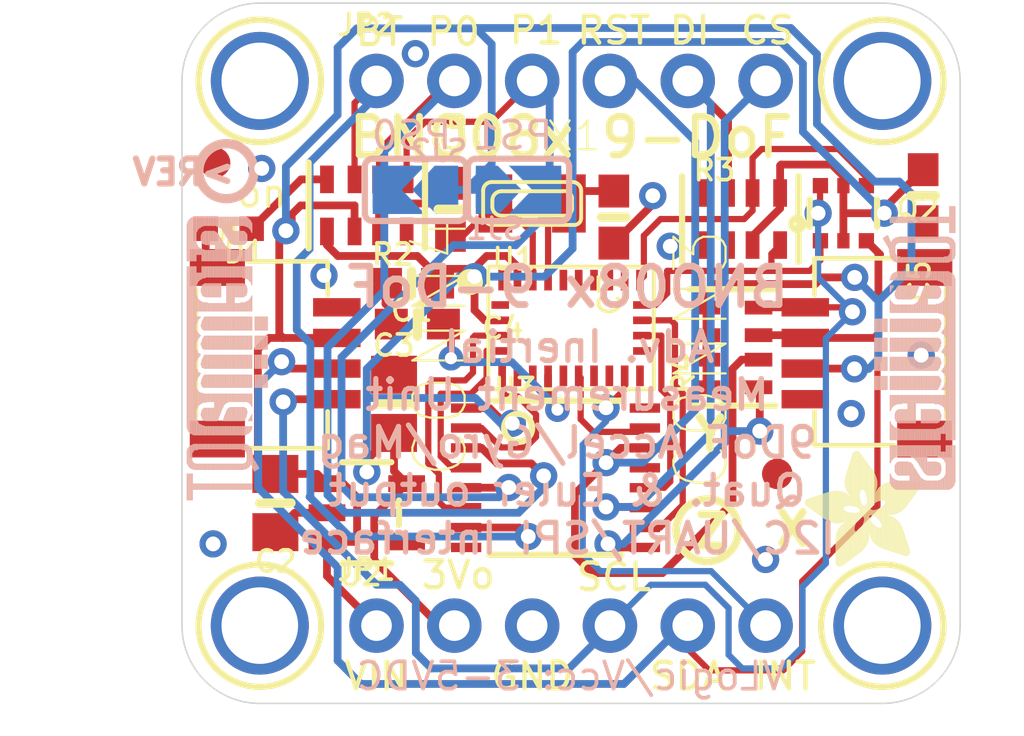
<source format=kicad_pcb>
(kicad_pcb (version 20211014) (generator pcbnew)
  (layers (0 "F.Cu" signal) (31 "B.Cu" signal) (34 "B.Paste" user) (35 "F.Paste" user) (36 "B.SilkS" user "B.Silkscreen") (37 "F.SilkS" user "F.Silkscreen") (38 "B.Mask" user) (39 "F.Mask" user) (44 "Edge.Cuts" user))
  (net 0 "")
  (net 1 "GND")
  (net 2 "SDA/MISO/TX")
  (net 3 "SCL/SCK/RX")
  (net 4 "SCL_3V")
  (net 5 "SDA_3V")
  (net 6 "3.3V")
  (net 7 "INT")
  (net 8 "VCC")
  (net 9 "N$1")
  (net 10 "CAP")
  (net 11 "XIN")
  (net 12 "XOUT")
  (net 13 "RST_3V")
  (net 14 "PS1")
  (net 15 "PS0")
  (net 16 "RST")
  (net 17 "MOSI_3V")
  (net 18 "CS_3V")
  (net 19 "MOSI")
  (net 20 "BOOT")
  (net 21 "BOOT_3V")
  (net 22 "PS1_3V")
  (net 23 "PS0_3V")
  (net 24 "CS")
  (footprint "Adafruit_BNO08x:MOUNTINGHOLE_2.5_PLATED" (layer "F.Cu") (at 138.3411 96.1136)
    (fp_text reference "U$1" hide)
    (fp_text value "MOUNTINGHOLE2.5" hide)
  )
  (footprint "Adafruit_BNO08x:SOT23-5" (layer "F.Cu") (at 141.8336 110.2106 -90)
    (fp_text reference "U2")
    (fp_text value "AP2112K-3.3")
  )
  (footprint "Adafruit_BNO08x:0805-NO" (layer "F.Cu") (at 142.7226 106.6546 90)
    (fp_text reference "C3")
    (fp_text value "10uF")
  )
  (footprint "Adafruit_BNO08x:BNO080" (layer "F.Cu") (at 148.5011 104.1781)
    (fp_text reference "U1")
    (fp_text value "BNO080")
  )
  (footprint "Adafruit_BNO08x:TSSOP16" (layer "F.Cu") (at 147.9931 109.0676 -90)
    (fp_text reference "U3")
    (fp_text value "74AHC4050")
  )
  (footprint "Adafruit_BNO08x:JST_SH4" (layer "F.Cu") (at 138.3411 105.0036 -90)
    (fp_text reference "CONN4")
    (fp_text value "STEMMA_I2C_QT" hide)
  )
  (footprint "Adafruit_BNO08x:MOUNTINGHOLE_2.5_PLATED" (layer "F.Cu") (at 138.3411 113.8936)
    (fp_text reference "U$19" hide)
    (fp_text value "MOUNTINGHOLE2.5" hide)
  )
  (footprint "Adafruit_BNO08x:JST_SH4" (layer "F.Cu") (at 158.6611 105.0036 90)
    (fp_text reference "CONN3")
    (fp_text value "STEMMA_I2C_QT" hide)
  )
  (footprint "Adafruit_BNO08x:SOT363" (layer "F.Cu") (at 157.3911 100.4316)
    (fp_text reference "Q2")
    (fp_text value "BSS138")
  )
  (footprint "Adafruit_BNO08x:1X06_ROUND_70" (layer "F.Cu") (at 148.5011 113.8936)
    (fp_text reference "JP1")
    (fp_text value "")
  )
  (footprint "Adafruit_BNO08x:FIDUCIAL_1MM" (layer "F.Cu") (at 155.2321 108.9406)
    (fp_text reference "FID4" hide)
    (fp_text value "FIDUCIAL_1MM" hide)
  )
  (footprint "Adafruit_BNO08x:ADAFRUIT_3.5MM" (layer "F.Cu") (at 159.9311 111.9886 90)
    (fp_text reference "U$22" hide)
    (fp_text value "" hide)
  )
  (footprint "Adafruit_BNO08x:1X06_ROUND_70" (layer "F.Cu") (at 148.5011 96.1136)
    (fp_text reference "JP2")
    (fp_text value "")
  )
  (footprint "Adafruit_BNO08x:FIDUCIAL_1MM" (layer "F.Cu") (at 136.8806 98.7806)
    (fp_text reference "FID3" hide)
    (fp_text value "FIDUCIAL_1MM" hide)
  )
  (footprint "Adafruit_BNO08x:0603-NO" (layer "F.Cu") (at 144.5641 100.3046 90)
    (fp_text reference "C6")
    (fp_text value "22pF")
  )
  (footprint "Adafruit_BNO08x:MOUNTINGHOLE_2.5_PLATED" (layer "F.Cu") (at 158.6611 113.8936)
    (fp_text reference "U$21" hide)
    (fp_text value "MOUNTINGHOLE2.5" hide)
  )
  (footprint "Adafruit_BNO08x:RESPACK_4X0603" (layer "F.Cu") (at 154.0256 100.6221)
    (fp_text reference "R3")
    (fp_text value "10K")
  )
  (footprint "Adafruit_BNO08x:0603-NO" (layer "F.Cu") (at 143.4846 104.0511)
    (fp_text reference "C4")
    (fp_text value "0.1uF")
  )
  (footprint "Adafruit_BNO08x:0603-NO" (layer "F.Cu") (at 159.9946 99.8601 -90)
    (fp_text reference "C5")
    (fp_text value "0.1uF")
  )
  (footprint "Adafruit_BNO08x:RESPACK_4X0603" (layer "F.Cu") (at 141.8336 100.1776 180)
    (fp_text reference "R2")
    (fp_text value "10K")
  )
  (footprint "Adafruit_BNO08x:0805-NO" (layer "F.Cu") (at 138.8491 109.8931 -90)
    (fp_text reference "C2")
    (fp_text value "10uF")
  )
  (footprint "Adafruit_BNO08x:0603-NO" (layer "F.Cu") (at 149.8981 100.5586 -90)
    (fp_text reference "C7")
    (fp_text value "22pF")
  )
  (footprint "Adafruit_BNO08x:CHIPLED_0603_NOOUTLINE" (layer "F.Cu") (at 137.3251 100.9396 90)
    (fp_text reference "D1")
    (fp_text value "GREEN")
  )
  (footprint "Adafruit_BNO08x:XTAL3215" (layer "F.Cu") (at 147.2311 100.1141 180)
    (fp_text reference "X1")
    (fp_text value "32.768")
  )
  (footprint "Adafruit_BNO08x:RESPACK_4X0603" (layer "F.Cu") (at 153.7716 104.8131 90)
    (fp_text reference "R4")
    (fp_text value "10K")
  )
  (footprint "Adafruit_BNO08x:MOUNTINGHOLE_2.5_PLATED" (layer "F.Cu") (at 158.6611 96.1136)
    (fp_text reference "U$17" hide)
    (fp_text value "MOUNTINGHOLE2.5" hide)
  )
  (footprint "Adafruit_BNO08x:0603-NO" (layer "F.Cu") (at 143.2941 102.7176 180)
    (fp_text reference "C1")
    (fp_text value "0.1uF")
  )
  (footprint "Adafruit_BNO08x:PCBFEAT-REV-040" (layer "B.Cu") (at 137.2489 99.06 180)
    (fp_text reference "U$25" hide)
    (fp_text value "" hide)
  )
  (footprint "Adafruit_BNO08x:SOLDERJUMPER_ARROW_NOPASTE" (layer "B.Cu") (at 146.7866 99.6696)
    (fp_text reference "SJ1")
    (fp_text value "PS1")
  )
  (footprint "Adafruit_BNO08x:STEMMAQT" (layer "B.Cu") (at 158.4071 109.4486 90)
    (fp_text reference "U$30" hide)
    (fp_text value "" hide)
  )
  (footprint "Adafruit_BNO08x:SOLDERJUMPER_ARROW_NOPASTE" (layer "B.Cu") (at 143.4211 99.6696 180)
    (fp_text reference "SJ2")
    (fp_text value "PS0")
  )
  (footprint "Adafruit_BNO08x:STEMMAQT" (layer "B.Cu") (at 138.5951 100.5586 -90)
    (fp_text reference "U$31" hide)
    (fp_text value "" hide)
  )
  (gr_arc (start 153.9661 110.7831) (mid 153.66852 111.50152) (end 152.9501 111.7991) (layer "F.SilkS") (width 0.254))
  (gr_arc (start 152.9501 109.7671) (mid 153.673733 110.059467) (end 153.9661 110.7831) (layer "F.SilkS") (width 0.254))
  (gr_arc (start 152.9501 111.7991) (mid 152.23168 111.50152) (end 151.9341 110.7831) (layer "F.SilkS") (width 0.254))
  (gr_arc (start 151.9341 110.7831) (mid 152.23168 110.06468) (end 152.9501 109.7671) (layer "F.SilkS") (width 0.254))
  (gr_line (start 138.3411 116.4336) (end 158.6611 116.4336) (layer "Edge.Cuts") (width 0.05))
  (gr_line (start 135.8011 96.1136) (end 135.8011 113.8936) (layer "Edge.Cuts") (width 0.05))
  (gr_arc (start 135.8011 96.1136) (mid 136.545049 94.317549) (end 138.3411 93.5736) (layer "Edge.Cuts") (width 0.05))
  (gr_arc (start 161.2011 113.8936) (mid 160.457151 115.689651) (end 158.6611 116.4336) (layer "Edge.Cuts") (width 0.05))
  (gr_arc (start 138.3411 116.4336) (mid 136.545049 115.689651) (end 135.8011 113.8936) (layer "Edge.Cuts") (width 0.05))
  (gr_arc (start 158.6611 93.5736) (mid 160.457151 94.317549) (end 161.2011 96.1136) (layer "Edge.Cuts") (width 0.05))
  (gr_line (start 158.6611 93.5736) (end 138.3411 93.5736) (layer "Edge.Cuts") (width 0.05))
  (gr_line (start 161.2011 113.8936) (end 161.2011 96.1136) (layer "Edge.Cuts") (width 0.05))
  (gr_text "BNO08x 9-DoF" (at 148.3741 102.8446) (layer "B.SilkS") (effects (font (size 1.25222 1.25222) (thickness 0.22098)) (justify mirror)))
  (gr_text "PS1" (at 146.5961 97.8916) (layer "B.SilkS") (effects (font (size 0.89408 0.89408) (thickness 0.12192)) (justify mirror)))
  (gr_text "Adv. Inertial \nMeasurement Unit\n9DoF Accel/Gyro/Mag\nQuat. & Euler output\nI2C/UART/SPI Interface" (at 148.3741 107.9246) (layer "B.SilkS") (effects (font (size 0.97155 0.97155) (thickness 0.17145)) (justify mirror)))
  (gr_text "VLogic/Vcc: 3-5VDC" (at 148.5011 115.5446) (layer "B.SilkS") (effects (font (size 0.89408 0.89408) (thickness 0.12192)) (justify mirror)))
  (gr_text "PS0" (at 143.2941 97.8916) (layer "B.SilkS") (effects (font (size 0.89408 0.89408) (thickness 0.12192)) (justify mirror)))
  (gr_text "CS" (at 154.9146 94.4626) (layer "F.SilkS") (effects (font (size 0.87376 0.87376) (thickness 0.14224))))
  (gr_text "RST" (at 149.8981 94.4626) (layer "F.SilkS") (effects (font (size 0.87376 0.87376) (thickness 0.14224))))
  (gr_text "Z" (at 152.4341 111.4161) (layer "F.SilkS") (effects (font (size 1.016 1.016) (thickness 0.254)) (justify left bottom)))
  (gr_text "3Vo" (at 144.8181 112.2426) (layer "F.SilkS") (effects (font (size 0.87376 0.87376) (thickness 0.14224))))
  (gr_text "BNO08x 9-DoF" (at 148.5011 97.9551) (layer "F.SilkS") (effects (font (size 1.25222 1.25222) (thickness 0.22098))))
  (gr_text "VIN" (at 142.1511 115.5446) (layer "F.SilkS") (effects (font (size 0.87376 0.87376) (thickness 0.14224))))
  (gr_text "SDA" (at 152.3111 115.5446) (layer "F.SilkS") (effects (font (size 0.87376 0.87376) (thickness 0.14224))))
  (gr_text "P0" (at 144.6657 94.5134) (layer "F.SilkS") (effects (font (size 0.87376 0.87376) (thickness 0.14224))))
  (gr_text "X" (at 156.3791 110.1481) (layer "F.SilkS") (effects (font (size 1.016 1.016) (thickness 0.254)) (justify right top)))
  (gr_text "on" (at 137.5156 100.3046) (layer "F.SilkS") (effects (font (size 0.89408 0.89408) (thickness 0.12192)) (justify left bottom)))
  (gr_text "GND" (at 147.2311 115.5446) (layer "F.SilkS") (effects (font (size 0.87376 0.87376) (thickness 0.14224))))
  (gr_text "Y" (at 152.4341 108.2411) (layer "F.SilkS") (effects (font (size 1.016 1.016) (thickness 0.254)) (justify left bottom)))
  (gr_text "P1" (at 147.3581 94.4626) (layer "F.SilkS") (effects (font (size 0.87376 0.87376) (thickness 0.14224))))
  (gr_text "DI" (at 152.3746 94.4626) (layer "F.SilkS") (effects (font (size 0.87376 0.87376) (thickness 0.14224))))
  (gr_text "SCL" (at 149.8981 112.3061) (layer "F.SilkS") (effects (font (size 0.87376 0.87376) (thickness 0.14224))))
  (gr_text "INT" (at 155.4861 115.5446) (layer "F.SilkS") (effects (font (size 0.87376 0.87376) (thickness 0.14224))))
  (gr_text "BT" (at 142.2527 94.5134) (layer "F.SilkS") (effects (font (size 0.87376 0.87376) (thickness 0.14224))))
  (segment (start 140.5335 110.2106) (end 139.4816 110.2106) (width 0.254) (layer "F.Cu") (net 1))
  (segment (start 149.8981 101.4086) (end 151.1681 100.1386) (width 0.254) (layer "F.Cu") (net 1))
  (segment (start 136.5751 100.9396) (end 136.5751 101.8236) (width 0.254) (layer "F.Cu") (net 1))
  (segment (start 142.6346 103.5821) (end 142.4441 103.3916) (width 0.254) (layer "F.Cu") (net 1))
  (segment (start 136.5751 101.8236) (end 136.9551 102.2036) (width 0.254) (layer "F.Cu") (net 1))
  (segment (start 143.9046 100.1141) (end 144.5641 99.4546) (width 0.254) (layer "F.Cu") (net 1))
  (segment (start 142.4441 103.3916) (end 142.4441 102.7176) (width 0.254) (layer "F.Cu") (net 1))
  (segment (start 139.4816 110.2106) (end 138.8491 110.8431) (width 0.254) (layer "F.Cu") (net 1))
  (segment (start 142.6346 104.0511) (end 142.6346 103.5821) (width 0.254) (layer "F.Cu") (net 1))
  (segment (start 151.1681 100.1386) (end 151.1681 99.8601) (width 0.254) (layer "F.Cu") (net 1))
  (segment (start 142.2336 101.0276) (end 142.2336 100.1141) (width 0.254) (layer "F.Cu") (net 1))
  (segment (start 142.2336 100.1141) (end 143.9046 100.1141) (width 0.254) (layer "F.Cu") (net 1))
  (via (at 136.8171 111.2266) (size 0.889) (drill 0.4826) (layers "F.Cu" "B.Cu") (net 1))
  (via (at 159.9311 105.0671) (size 0.889) (drill 0.4826) (layers "F.Cu" "B.Cu") (net 1))
  (via (at 157.6451 106.9721) (size 0.889) (drill 0.4826) (layers "F.Cu" "B.Cu") (net 1))
  (via (at 154.8511 111.7346) (size 0.889) (drill 0.4826) (layers "F.Cu" "B.Cu") (net 1))
  (via (at 143.4211 95.2246) (size 0.889) (drill 0.4826) (layers "F.Cu" "B.Cu") (net 1))
  (via (at 151.1681 99.8601) (size 0.889) (drill 0.4826) (layers "F.Cu" "B.Cu") (net 1))
  (via (at 140.4366 102.4636) (size 0.889) (drill 0.4826) (layers "F.Cu" "B.Cu") (net 1))
  (via (at 138.4046 98.9711) (size 0.889) (drill 0.4826) (layers "F.Cu" "B.Cu") (net 1))
  (via (at 151.7396 101.5111) (size 0.889) (drill 0.4826) (layers "F.Cu" "B.Cu") (net 1))
  (segment (start 158.3991 104.5036) (end 156.1471 104.5036) (width 0.254) (layer "F.Cu") (net 2))
  (segment (start 156.0449 112.4458) (end 158.50235 109.98835) (width 0.2032) (layer "F.Cu") (net 2))
  (segment (start 154.6216 104.4131) (end 156.0566 104.4131) (width 0.254) (layer "F.Cu") (net 2))
  (segment (start 152.3111 114.6556) (end 153.0096 115.3541) (width 0.2032) (layer "F.Cu") (net 2))
  (segment (start 158.50235 109.98835) (end 158.50235 104.40035) (width 0.2032) (layer "F.Cu") (net 2))
  (segment (start 153.0096 115.3541) (end 155.4226 115.3541) (width 0.2032) (layer "F.Cu") (net 2))
  (segment (start 158.1411 101.3316) (end 158.5856 101.7761) (width 0.254) (layer "F.Cu") (net 2))
  (segment (start 152.3111 113.8936) (end 152.3111 114.6556) (width 0.2032) (layer "F.Cu") (net 2))
  (segment (start 156.0449 114.7318) (end 156.0449 112.4458) (width 0.2032) (layer "F.Cu") (net 2))
  (segment (start 158.5341 101.7761) (end 158.5341 104.3686) (width 0.254) (layer "F.Cu") (net 2))
  (segment (start 140.8551 105.5036) (end 139.2776 105.5036) (width 0.254) (layer "F.Cu") (net 2))
  (segment (start 158.5341 101.7761) (end 158.5856 101.7761) (width 0.254) (layer "F.Cu") (net 2))
  (segment (start 158.50235 104.40035) (end 158.3991 104.5036) (width 0.254) (layer "F.Cu") (net 2))
  (segment (start 155.4226 115.3541) (end 156.0449 114.7318) (width 0.2032) (layer "F.Cu") (net 2))
  (segment (start 158.5341 104.3686) (end 158.50235 104.40035) (width 0.254) (layer "F.Cu") (net 2))
  (segment (start 139.2776 105.5036) (end 139.0523 105.2783) (width 0.254) (layer "F.Cu") (net 2))
  (segment (start 156.0566 104.4131) (end 156.1471 104.5036) (width 0.254) (layer "F.Cu") (net 2))
  (via (at 139.0523 105.2783) (size 0.889) (drill 0.4826) (layers "F.Cu" "B.Cu") (net 2))
  (segment (start 139.0523 105.2783) (end 138.2903 106.0403) (width 0.254) (layer "B.Cu") (net 2))
  (segment (start 152.130312 113.8936) (end 152.3111 113.8936) (width 0.254) (layer "B.Cu") (net 2))
  (segment (start 138.2903 109.3978) (end 140.8811 111.9886) (width 0.254) (layer "B.Cu") (net 2))
  (segment (start 138.2903 106.0403) (end 138.2903 109.3978) (width 0.254) (layer "B.Cu") (net 2))
  (segment (start 141.6431 115.7986) (end 150.225312 115.7986) (width 0.254) (layer "B.Cu") (net 2))
  (segment (start 150.225312 115.7986) (end 152.130312 113.8936) (width 0.254) (layer "B.Cu") (net 2))
  (segment (start 140.8811 115.0366) (end 141.6431 115.7986) (width 0.254) (layer "B.Cu") (net 2))
  (segment (start 140.8811 111.9886) (end 140.8811 115.0366) (width 0.254) (layer "B.Cu") (net 2))
  (segment (start 139.1906 106.5036) (end 139.1031 106.5911) (width 0.254) (layer "F.Cu") (net 3))
  (segment (start 140.8551 106.5036) (end 139.1906 106.5036) (width 0.254) (layer "F.Cu") (net 3))
  (segment (start 157.5421 103.5036) (end 156.1471 103.5036) (width 0.2032) (layer "F.Cu") (net 3))
  (segment (start 156.5656 100.4316) (end 156.6291 100.3681) (width 0.2032) (layer "F.Cu") (net 3))
  (segment (start 154.6311 103.5036) (end 155.9306 103.5036) (width 0.254) (layer "F.Cu") (net 3))
  (segment (start 155.9306 103.5036) (end 156.1471 103.5036) (width 0.2032) (layer "F.Cu") (net 3))
  (segment (start 157.687153 103.648654) (end 157.5421 103.5036) (width 0.2032) (layer "F.Cu") (net 3))
  (segment (start 156.6411 99.5316) (end 156.6291 99.5436) (width 0.2032) (layer "F.Cu") (net 3))
  (segment (start 154.6216 103.5131) (end 154.6311 103.5036) (width 0.254) (layer "F.Cu") (net 3))
  (segment (start 156.6291 99.5436) (end 156.6291 100.3681) (width 0.2032) (layer "F.Cu") (net 3))
  (via (at 139.1031 106.5911) (size 0.889) (drill 0.4826) (layers "F.Cu" "B.Cu") (net 3))
  (via (at 156.5656 100.4316) (size 0.889) (drill 0.4826) (layers "F.Cu" "B.Cu") (net 3))
  (via (at 157.687153 103.648654) (size 0.889) (drill 0.4826) (layers "F.Cu" "B.Cu") (net 3))
  (segment (start 142.1511 112.5601) (end 142.9131 112.5601) (width 0.254) (layer "B.Cu") (net 3))
  (segment (start 143.9418 115.2906) (end 148.4376 115.2906) (width 0.254) (layer "B.Cu") (net 3))
  (segment (start 153.6446 114.8461) (end 154.0891 115.2906) (width 0.2032) (layer "B.Cu") (net 3))
  (segment (start 156.5656 100.4316) (end 156.5656 102.5271) (width 0.2032) (layer "B.Cu") (net 3))
  (segment (start 149.7711 113.8936) (end 151.1046 112.5601) (width 0.2032) (layer "B.Cu") (net 3))
  (segment (start 156.0576 114.5921) (end 156.0576 112.6236) (width 0.2032) (layer "B.Cu") (net 3))
  (segment (start 154.0891 115.2906) (end 155.3591 115.2906) (width 0.2032) (layer "B.Cu") (net 3))
  (segment (start 139.1031 109.5121) (end 142.1511 112.5601) (width 0.254) (layer "B.Cu") (net 3))
  (segment (start 148.4376 115.2906) (end 149.7711 113.9571) (width 0.254) (layer "B.Cu") (net 3))
  (segment (start 155.3591 115.2906) (end 156.0576 114.5921) (width 0.2032) (layer "B.Cu") (net 3))
  (segment (start 142.9131 112.5601) (end 143.4338 113.0808) (width 0.254) (layer "B.Cu") (net 3))
  (segment (start 156.0576 112.6236) (end 156.8196 111.8616) (width 0.2032) (layer "B.Cu") (net 3))
  (segment (start 143.4338 114.7826) (end 143.9418 115.2906) (width 0.254) (layer "B.Cu") (net 3))
  (segment (start 156.8196 111.8616) (end 156.8196 104.516207) (width 0.2032) (layer "B.Cu") (net 3))
  (segment (start 152.8826 112.5601) (end 153.6446 113.3221) (width 0.2032) (layer "B.Cu") (net 3))
  (segment (start 156.8196 104.516207) (end 157.687153 103.648654) (width 0.2032) (layer "B.Cu") (net 3))
  (segment (start 139.1031 106.5911) (end 139.1031 109.5121) (width 0.254) (layer "B.Cu") (net 3))
  (segment (start 143.4338 113.0808) (end 143.4338 114.7826) (width 0.254) (layer "B.Cu") (net 3))
  (segment (start 153.6446 113.3221) (end 153.6446 114.8461) (width 0.2032) (layer "B.Cu") (net 3))
  (segment (start 151.1046 112.5601) (end 152.8826 112.5601) (width 0.2032) (layer "B.Cu") (net 3))
  (segment (start 157.687153 103.648654) (end 156.5656 102.5271) (width 0.2032) (layer "B.Cu") (net 3))
  (segment (start 149.7711 113.9571) (end 149.7711 113.8936) (width 0.254) (layer "B.Cu") (net 3))
  (segment (start 156.6411 101.9666) (end 156.2936 102.3141) (width 0.2032) (layer "F.Cu") (net 4))
  (segment (start 155.0416 102.3141) (end 151.6391 102.3141) (width 0.2032) (layer "F.Cu") (net 4))
  (segment (start 156.2936 102.3141) (end 155.0416 102.3141) (width 0.2032) (layer "F.Cu") (net 4))
  (segment (start 151.6391 102.3141) (end 151.6391 103.0471) (width 0.2032) (layer "F.Cu") (net 4))
  (segment (start 150.8136 103.4281) (end 151.2581 103.4281) (width 0.2032) (layer "F.Cu") (net 4))
  (segment (start 155.3256 101.4721) (end 155.0416 101.7561) (width 0.2032) (layer "F.Cu") (net 4))
  (segment (start 156.6411 101.3316) (end 156.6411 101.9666) (width 0.2032) (layer "F.Cu") (net 4))
  (segment (start 151.6391 103.0471) (end 151.2581 103.4281) (width 0.2032) (layer "F.Cu") (net 4))
  (segment (start 155.0416 101.7561) (end 155.0416 102.3141) (width 0.2032) (layer "F.Cu") (net 4))
  (segment (start 150.8781 101.1661) (end 150.8781 102.4886) (width 0.2032) (layer "F.Cu") (net 5))
  (segment (start 154.1526 100.6221) (end 154.4256 100.3491) (width 0.2032) (layer "F.Cu") (net 5))
  (segment (start 154.4256 98.6346) (end 154.4256 99.7721) (width 0.2032) (layer "F.Cu") (net 5))
  (segment (start 157.2641 98.3361) (end 154.7241 98.3361) (width 0.2032) (layer "F.Cu") (net 5))
  (segment (start 154.7241 98.3361) (end 154.4256 98.6346) (width 0.2032) (layer "F.Cu") (net 5))
  (segment (start 150.7511 102.6156) (end 150.8781 102.4886) (width 0.2032) (layer "F.Cu") (net 5))
  (segment (start 150.8781 101.1661) (end 151.4221 100.6221) (width 0.2032) (layer "F.Cu") (net 5))
  (segment (start 158.1411 99.2131) (end 157.2641 98.3361) (width 0.254) (layer "F.Cu") (net 5))
  (segment (start 154.4256 100.3491) (end 154.4256 99.7721) (width 0.2032) (layer "F.Cu") (net 5))
  (segment (start 151.4221 100.6221) (end 154.1526 100.6221) (width 0.2032) (layer "F.Cu") (net 5))
  (segment (start 158.1411 99.5316) (end 158.1411 99.2131) (width 0.254) (layer "F.Cu") (net 5))
  (segment (start 158.7246 100.2801) (end 158.7246 100.4316) (width 0.254) (layer "F.Cu") (net 6))
  (segment (start 141.8336 108.8771) (end 141.8336 108.4936) (width 0.254) (layer "F.Cu") (net 6))
  (segment (start 146.4056 101.8286) (end 145.7461 101.8286) (width 0.254) (layer "F.Cu") (net 6))
  (segment (start 140.8901 101.8286) (end 140.5336 101.4721) (width 0.254) (layer "F.Cu") (net 6))
  (segment (start 144.6131 102.2486) (end 145.3261 102.2486) (width 0.254) (layer "F.Cu") (net 6))
  (segment (start 145.3261 102.2486) (end 145.0721 102.5026) (width 0.254) (layer "F.Cu") (net 6))
  (segment (start 157.3911 100.3681) (end 157.3911 99.5316) (width 0.254) (layer "F.Cu") (net 6))
  (segment (start 146.1886 103.9281) (end 145.6806 103.9281) (width 0.254) (layer "F.Cu") (net 6))
  (segment (start 157.4546 100.4316) (end 157.3911 100.3681) (width 0.254) (layer "F.Cu") (net 6))
  (segment (start 155.3256 100.2746) (end 154.4256 101.1746) (width 0.254) (layer "F.Cu") (net 6))
  (segment (start 146.3343 107.2896) (end 145.8373 106.7926) (width 0.254) (layer "F.Cu") (net 6))
  (segment (start 155.3591 98.8441) (end 157.0101 98.8441) (width 0.254) (layer "F.Cu") (net 6))
  (segment (start 143.1337 109.2606) (end 142.7226 108.8495) (width 0.254) (layer "F.Cu") (net 6))
  (segment (start 155.3256 99.7721) (end 155.3256 98.8776) (width 0.254) (layer "F.Cu") (net 6))
  (segment (start 143.9046 102.2486) (end 144.6131 102.2486) (width 0.254) (layer "F.Cu") (net 6))
  (segment (start 154.4256 101.1746) (end 154.4256 101.4721) (width 0.254) (layer "F.Cu") (net 6))
  (segment (start 145.0753 106.7926) (end 145.8373 106.7926) (width 0.254) (layer "F.Cu") (net 6))
  (segment (start 146.7511 102.1741) (end 146.4056 101.8286) (width 0.254) (layer "F.Cu") (net 6))
  (segment (start 157.3911 101.3316) (end 157.3911 100.3681) (width 0.254) (layer "F.Cu") (net 6))
  (segment (start 143.4846 101.8286) (end 143.9046 102.2486) (width 0.254) (layer "F.Cu") (net 6))
  (segment (start 159.9946 99.0101) (end 158.7246 100.2801) (width 0.254) (layer "F.Cu") (net 6))
  (segment (start 145.0721 102.5026) (end 145.3506 102.5026) (width 0.254) (layer "F.Cu") (net 6))
  (segment (start 145.6806 103.9281) (end 145.3506 103.5981) (width 0.254) (layer "F.Cu") (net 6))
  (segment (start 142.7226 108.8495) (end 142.7226 107.6046) (width 0.254) (layer "F.Cu") (net 6))
  (segment (start 140.5336 101.0276) (end 140.5336 101.4721) (width 0.254) (layer "F.Cu") (net 6))
  (segment (start 155.3256 99.7721) (end 155.3256 100.2746) (width 0.254) (layer "F.Cu") (net 6))
  (segment (start 144.207225 113.8936) (end 142.0765 111.762875) (width 0.254) (layer "F.Cu") (net 6))
  (segment (start 146.5834 107.2896) (end 146.3343 107.2896) (width 0.254) (layer "F.Cu") (net 6))
  (segment (start 143.4846 101.8286) (end 140.8901 101.8286) (width 0.254) (layer "F.Cu") (net 6))
  (segment (start 142.0765 110.3178) (end 142.0765 111.762875) (width 0.254) (layer "F.Cu") (net 6))
  (segment (start 157.3911 99.2251) (end 157.3911 99.5316) (width 0.254) (layer "F.Cu") (net 6))
  (segment (start 158.7246 100.4316) (end 157.4546 100.4316) (width 0.254) (layer "F.Cu") (net 6))
  (segment (start 144.6911 113.8936) (end 144.207225 113.8936) (width 0.254) (layer "F.Cu") (net 6))
  (segment (start 143.1337 109.2606) (end 142.0765 110.3178) (width 0.254) (layer "F.Cu") (net 6))
  (segment (start 142.7226 107.6046) (end 141.8336 108.4936) (width 0.254) (layer "F.Cu") (net 6))
  (segment (start 155.3256 98.8776) (end 155.3591 98.8441) (width 0.254) (layer "F.Cu") (net 6))
  (segment (start 144.1441 102.7176) (end 144.6131 102.2486) (width 0.254) (layer "F.Cu") (net 6))
  (segment (start 145.7461 101.8286) (end 145.3261 102.2486) (width 0.254) (layer "F.Cu") (net 6))
  (segment (start 145.3506 103.5981) (end 145.3506 102.5026) (width 0.254) (layer "F.Cu") (net 6))
  (segment (start 146.7511 102.6156) (end 146.7511 102.1741) (width 0.254) (layer "F.Cu") (net 6))
  (segment (start 157.0101 98.8441) (end 157.3911 99.2251) (width 0.254) (layer "F.Cu") (net 6))
  (via (at 158.7246 100.4316) (size 0.889) (drill 0.4826) (layers "F.Cu" "B.Cu") (net 6))
  (via (at 141.8336 108.8771) (size 0.889) (drill 0.4826) (layers "F.Cu" "B.Cu") (net 6))
  (via (at 145.3506 102.5026) (size 0.889) (drill 0.4826) (layers "F.Cu" "B.Cu") (net 6))
  (via (at 146.5834 107.2896) (size 0.889) (drill 0.4826) (layers "F.Cu" "B.Cu") (net 6))
  (segment (start 148.5519 101.5873) (end 147.6366 102.5026) (width 0.254) (layer "B.Cu") (net 6))
  (segment (start 145.3506 102.5026) (end 144.8426 102.5026) (width 0.254) (layer "B.Cu") (net 6))
  (segment (start 156.0703 97.7773) (end 158.7246 100.4316) (width 0.254) (layer "B.Cu") (net 6))
  (segment (start 146.5834 107.2896) (end 146.2024 107.2896) (width 0.254) (layer "B.Cu") (net 6))
  (segment (start 145.3506 102.5026) (end 147.6366 102.5026) (width 0.254) (layer "B.Cu") (net 6))
  (segment (start 141.8336 105.5116) (end 141.8336 106.4641) (width 0.254) (layer "B.Cu") (net 6))
  (segment (start 148.5519 101.5873) (end 148.5519 95.1738) (width 0.254) (layer "B.Cu") (net 6))
  (segment (start 144.8426 102.5026) (end 141.8336 105.5116) (width 0.254) (layer "B.Cu") (net 6))
  (segment (start 148.8821 94.8436) (end 155.3591 94.8436) (width 0.254) (layer "B.Cu") (net 6))
  (segment (start 146.2024 107.2896) (end 145.3769 106.4641) (width 0.254) (layer "B.Cu") (net 6))
  (segment (start 145.3769 106.4641) (end 141.8336 106.4641) (width 0.254) (layer "B.Cu") (net 6))
  (segment (start 148.5519 95.1738) (end 148.8821 94.8436) (width 0.254) (layer "B.Cu") (net 6))
  (segment (start 156.0703 95.5548) (end 156.0703 97.7773) (width 0.254) (layer "B.Cu") (net 6))
  (segment (start 155.3591 94.8436) (end 156.0703 95.5548) (width 0.254) (layer "B.Cu") (net 6))
  (segment (start 141.8336 106.4641) (end 141.8336 108.8771) (width 0.254) (layer "B.Cu") (net 6))
  (segment (start 150.2511 105.7406) (end 150.2511 106.1746) (width 0.2032) (layer "F.Cu") (net 7))
  (segment (start 150.2511 106.1746) (end 149.6441 106.7816) (width 0.2032) (layer "F.Cu") (net 7))
  (via (at 149.6441 106.7816) (size 0.889) (drill 0.4826) (layers "F.Cu" "B.Cu") (net 7))
  (segment (start 149.6441 106.7816) (end 149.6441 107.2261) (width 0.2032) (layer "B.Cu") (net 7))
  (segment (start 148.8821 107.9881) (end 148.8821 111.5441) (width 0.2032) (layer "B.Cu") (net 7))
  (segment (start 148.8821 111.5441) (end 149.4536 112.1156) (width 0.2032) (layer "B.Cu") (net 7))
  (segment (start 153.0731 112.1156) (end 154.8511 113.8936) (width 0.2032) (layer "B.Cu") (net 7))
  (segment (start 149.6441 107.2261) (end 148.8821 107.9881) (width 0.2032) (layer "B.Cu") (net 7))
  (segment (start 149.4536 112.1156) (end 153.0731 112.1156) (width 0.2032) (layer "B.Cu") (net 7))
  (segment (start 156.472462 102.7459) (end 156.691262 102.5271) (width 0.254) (layer "F.Cu") (net 8))
  (segment (start 152.9216 102.9961) (end 153.1718 102.7459) (width 0.254) (layer "F.Cu") (net 8))
  (segment (start 141.4336 100.1776) (end 139.6746 100.1776) (width 0.254) (layer "F.Cu") (net 8))
  (segment (start 141.4526 111.1606) (end 140.5335 111.1606) (width 0.254) (layer "F.Cu") (net 8))
  (segment (start 141.0716 109.2606) (end 141.5161 109.7051) (width 0.254) (layer "F.Cu") (net 8))
  (segment (start 141.5161 109.7051) (end 141.5161 111.0971) (width 0.254) (layer "F.Cu") (net 8))
  (segment (start 140.5335 112.276) (end 140.5335 111.1606) (width 0.254) (layer "F.Cu") (net 8))
  (segment (start 152.9216 103.5131) (end 152.9216 102.9961) (width 0.254) (layer "F.Cu") (net 8))
  (segment (start 141.5161 111.0971) (end 141.4526 111.1606) (width 0.254) (layer "F.Cu") (net 8))
  (segment (start 140.216 108.9431) (end 138.8491 108.9431) (width 0.254) (layer "F.Cu") (net 8))
  (segment (start 140.5335 109.2606) (end 140.216 108.9431) (width 0.254) (layer "F.Cu") (net 8))
  (segment (start 156.1471 105.5036) (end 157.74505 105.5036) (width 0.254) (layer "F.Cu") (net 8))
  (segment (start 152.9216 104.4131) (end 152.9216 103.5131) (width 0.254) (layer "F.Cu") (net 8))
  (segment (start 138.9761 104.3766) (end 139.1031 104.5036) (width 0.254) (layer "F.Cu") (net 8))
  (segment (start 138.2776 104.8766) (end 138.2776 108.3716) (width 0.254) (layer "F.Cu") (net 8))
  (segment (start 141.0716 109.2606) (end 140.5335 109.2606) (width 0.254) (layer "F.Cu") (net 8))
  (segment (start 139.1031 104.5036) (end 138.6506 104.5036) (width 0.254) (layer "F.Cu") (net 8))
  (segment (start 141.4336 101.0276) (end 141.4336 100.1776) (width 0.254) (layer "F.Cu") (net 8))
  (segment (start 138.9761 101.219) (end 138.9761 104.3766) (width 0.254) (layer "F.Cu") (net 8))
  (segment (start 156.691262 102.5271) (end 157.7594 102.5271) (width 0.254) (layer "F.Cu") (net 8))
  (segment (start 138.2776 108.3716) (end 138.8491 108.9431) (width 0.254) (layer "F.Cu") (net 8))
  (segment (start 139.3825 100.8126) (end 139.3825 100.4697) (width 0.254) (layer "F.Cu") (net 8))
  (segment (start 139.192 101.0031) (end 139.3825 100.8126) (width 0.254) (layer "F.Cu") (net 8))
  (segment (start 153.1718 102.7459) (end 156.472462 102.7459) (width 0.254) (layer "F.Cu") (net 8))
  (segment (start 152.9216 106.1131) (end 152.9216 105.2131) (width 0.254) (layer "F.Cu") (net 8))
  (segment (start 138.6506 104.5036) (end 138.2776 104.8766) (width 0.254) (layer "F.Cu") (net 8))
  (segment (start 152.9216 105.2131) (end 152.9216 104.4131) (width 0.254) (layer "F.Cu") (net 8))
  (segment (start 142.1511 113.8936) (end 140.5335 112.276) (width 0.254) (layer "F.Cu") (net 8))
  (segment (start 140.8551 104.5036) (end 139.1031 104.5036) (width 0.254) (layer "F.Cu") (net 8))
  (segment (start 157.74505 105.5036) (end 157.75305 105.5116) (width 0.254) (layer "F.Cu") (net 8))
  (segment (start 139.6746 100.1776) (end 139.3825 100.4697) (width 0.254) (layer "F.Cu") (net 8))
  (segment (start 139.192 101.0031) (end 138.9761 101.219) (width 0.254) (layer "F.Cu") (net 8))
  (via (at 157.7594 102.5271) (size 0.889) (drill 0.4826) (layers "F.Cu" "B.Cu") (net 8))
  (via (at 139.192 101.0031) (size 0.889) (drill 0.4826) (layers "F.Cu" "B.Cu") (net 8))
  (via (at 157.75305 105.5116) (size 0.889) (drill 0.4826) (layers "F.Cu" "B.Cu") (net 8))
  (segment (start 145.0721 99.6696) (end 145.9103 98.8314) (width 0.254) (layer "B.Cu") (net 8))
  (segment (start 145.399312 94.3991) (end 145.386612 94.3864) (width 0.254) (layer "B.Cu") (net 8))
  (segment (start 145.9103 94.910088) (end 145.399312 94.3991) (width 0.254) (layer "B.Cu") (net 8))
  (segment (start 158.5341 103.3018) (end 159.6136 102.2223) (width 0.254) (layer "B.Cu") (net 8))
  (segment (start 145.0721 99.6696) (end 145.7706 99.6696) (width 0.254) (layer "B.Cu") (net 8))
  (segment (start 140.8811 95.024388) (end 140.8811 97.221857) (width 0.254) (layer "B.Cu") (net 8))
  (segment (start 158.408437 99.3996) (end 156.5275 97.518663) (width 0.254) (layer "B.Cu") (net 8))
  (segment (start 145.386612 94.3864) (end 155.675481 94.3864) (width 0.254) (layer "B.Cu") (net 8))
  (segment (start 145.9103 98.8314) (end 145.9103 94.910088) (width 0.254) (layer "B.Cu") (net 8))
  (segment (start 140.8811 97.221857) (end 139.192 98.910957) (width 0.254) (layer "B.Cu") (net 8))
  (segment (start 159.6136 99.7966) (end 159.2166 99.3996) (width 0.254) (layer "B.Cu") (net 8))
  (segment (start 141.506387 94.3991) (end 145.399312 94.3991) (width 0.254) (layer "B.Cu") (net 8))
  (segment (start 159.6136 102.2223) (end 159.6136 99.7966) (width 0.254) (layer "B.Cu") (net 8))
  (segment (start 144.4371 99.6696) (end 145.0721 99.6696) (width 0.254) (layer "B.Cu") (net 8))
  (segment (start 158.2166 105.5116) (end 158.5341 105.1941) (width 0.254) (layer "B.Cu") (net 8))
  (segment (start 156.5275 97.518663) (end 156.5275 95.238419) (width 0.254) (layer "B.Cu") (net 8))
  (segment (start 159.2166 99.3996) (end 158.408437 99.3996) (width 0.254) (layer "B.Cu") (net 8))
  (segment (start 157.75305 105.5116) (end 158.2166 105.5116) (width 0.254) (layer "B.Cu") (net 8))
  (segment (start 158.5341 105.1941) (end 158.5341 103.3018) (width 0.254) (layer "B.Cu") (net 8))
  (segment (start 157.7594 102.5271) (end 158.5341 103.3018) (width 0.254) (layer "B.Cu") (net 8))
  (segment (start 139.192 98.910957) (end 139.192 101.0031) (width 0.254) (layer "B.Cu") (net 8))
  (segment (start 155.675481 94.3864) (end 156.5275 95.238419) (width 0.254) (layer "B.Cu") (net 8))
  (segment (start 141.506387 94.3991) (end 140.8811 95.024388) (width 0.254) (layer "B.Cu") (net 8))
  (segment (start 139.6871 99.3276) (end 138.0751 100.9396) (width 0.254) (layer "F.Cu") (net 9))
  (segment (start 140.5336 99.3276) (end 139.6871 99.3276) (width 0.254) (layer "F.Cu") (net 9))
  (segment (start 144.3346 104.0511) (end 144.580537 104.297038) (width 0.254) (layer "F.Cu") (net 10))
  (segment (start 144.580537 104.297038) (end 144.580537 105.16635) (width 0.254) (layer "F.Cu") (net 10))
  (segment (start 148.0566 106.8451) (end 147.7511 106.5396) (width 0.254) (layer "F.Cu") (net 10))
  (segment (start 147.7511 106.5396) (end 147.7511 105.7406) (width 0.254) (layer "F.Cu") (net 10))
  (via (at 148.0566 106.8451) (size 0.8001) (drill 0.3937) (layers "F.Cu" "B.Cu") (net 10))
  (via (at 144.580537 105.16635) (size 0.8001) (drill 0.3937) (layers "F.Cu" "B.Cu") (net 10))
  (segment (start 144.580537 105.16635) (end 144.707537 105.29335) (width 0.254) (layer "B.Cu") (net 10))
  (segment (start 148.0566 106.7816) (end 146.56835 105.29335) (width 0.254) (layer "B.Cu") (net 10))
  (segment (start 146.56835 105.29335) (end 144.707537 105.29335) (width 0.254) (layer "B.Cu") (net 10))
  (segment (start 148.0566 106.8451) (end 148.0566 106.7816) (width 0.254) (layer "B.Cu") (net 10))
  (segment (start 144.5641 101.1546) (end 144.9906 101.1546) (width 0.2032) (layer "F.Cu") (net 11))
  (segment (start 144.9906 101.1546) (end 146.0311 100.1141) (width 0.2032) (layer "F.Cu") (net 11))
  (segment (start 147.2511 101.0866) (end 146.2786 100.1141) (width 0.2032) (layer "F.Cu") (net 11))
  (segment (start 146.2786 100.1141) (end 146.0311 100.1141) (width 0.2032) (layer "F.Cu") (net 11))
  (segment (start 147.2511 102.6156) (end 147.2511 101.0866) (width 0.2032) (layer "F.Cu") (net 11))
  (segment (start 148.4311 100.1141) (end 148.30735 100.23785) (width 0.2032) (layer "F.Cu") (net 12))
  (segment (start 147.7511 100.6671) (end 148.18035 100.23785) (width 0.2032) (layer "F.Cu") (net 12))
  (segment (start 148.18035 100.23785) (end 148.30735 100.23785) (width 0.2032) (layer "F.Cu") (net 12))
  (segment (start 149.8981 99.7086) (end 148.7096 99.7086) (width 0.254) (layer "F.Cu") (net 12))
  (segment (start 148.7096 99.7086) (end 148.18035 100.23785) (width 0.254) (layer "F.Cu") (net 12))
  (segment (start 147.7511 102.6156) (end 147.7511 100.6671) (width 0.2032) (layer "F.Cu") (net 12))
  (segment (start 150.7839 107.5696) (end 150.9109 107.4426) (width 0.2032) (layer "F.Cu") (net 13))
  (segment (start 148.8146 107.1586) (end 149.2256 107.5696) (width 0.2032) (layer "F.Cu") (net 13))
  (segment (start 150.7839 107.5696) (end 149.2256 107.5696) (width 0.2032) (layer "F.Cu") (net 13))
  (segment (start 148.8146 105.8041) (end 148.8146 107.1586) (width 0.2032) (layer "F.Cu") (net 13))
  (segment (start 148.7511 105.7406) (end 148.8146 105.8041) (width 0.2032) (layer "F.Cu") (net 13))
  (segment (start 143.1336 98.0521) (end 143.7386 97.4471) (width 0.2032) (layer "F.Cu") (net 14))
  (segment (start 145.8976 97.4471) (end 147.2311 96.1136) (width 0.2032) (layer "F.Cu") (net 14))
  (segment (start 143.1336 99.3276) (end 143.1336 98.0521) (width 0.2032) (layer "F.Cu") (net 14))
  (segment (start 146.4691 109.3851) (end 146.4616 109.3926) (width 0.254) (layer "F.Cu") (net 14))
  (segment (start 146.4616 109.3926) (end 145.0753 109.3926) (width 0.254) (layer "F.Cu") (net 14))
  (segment (start 143.7386 97.4471) (end 145.8976 97.4471) (width 0.2032) (layer "F.Cu") (net 14))
  (via (at 146.4691 109.3851) (size 0.889) (drill 0.4826) (layers "F.Cu" "B.Cu") (net 14))
  (segment (start 147.8026 100.3681) (end 147.8026 99.6696) (width 0.254) (layer "B.Cu") (net 14))
  (segment (start 141.0081 105.1306) (end 144.6648 101.4739) (width 0.254) (layer "B.Cu") (net 14))
  (segment (start 146.687493 101.4739) (end 146.692146 101.478554) (width 0.254) (layer "B.Cu") (net 14))
  (segment (start 147.2311 96.1136) (end 147.8026 96.6851) (width 0.254) (layer "B.Cu") (net 14))
  (segment (start 141.0081 109.337694) (end 141.0081 105.1306) (width 0.254) (layer "B.Cu") (net 14))
  (segment (start 147.8026 96.6851) (end 147.8026 99.6696) (width 0.254) (layer "B.Cu") (net 14))
  (segment (start 146.1516 109.7026) (end 146.4691 109.3851) (width 0.254) (layer "B.Cu") (net 14))
  (segment (start 144.6648 101.4739) (end 146.687493 101.4739) (width 0.254) (layer "B.Cu") (net 14))
  (segment (start 146.692146 101.478554) (end 147.8026 100.3681) (width 0.254) (layer "B.Cu") (net 14))
  (segment (start 141.0081 109.337694) (end 141.373006 109.7026) (width 0.254) (layer "B.Cu") (net 14))
  (segment (start 146.1516 109.7026) (end 141.373006 109.7026) (width 0.254) (layer "B.Cu") (net 14))
  (segment (start 147.2039 108.6006) (end 146.0913 108.6006) (width 0.254) (layer "F.Cu") (net 15))
  (segment (start 142.2336 98.377363) (end 143.570262 97.0407) (width 0.2032) (layer "F.Cu") (net 15))
  (segment (start 147.6074 109.0041) (end 147.2039 108.6006) (width 0.254) (layer "F.Cu") (net 15))
  (segment (start 145.5833 108.0926) (end 145.0753 108.0926) (width 0.254) (layer "F.Cu") (net 15))
  (segment (start 144.5006 96.1136) (end 144.6911 96.1136) (width 0.2032) (layer "F.Cu") (net 15))
  (segment (start 142.2336 99.3276) (end 142.2336 98.377363) (width 0.2032) (layer "F.Cu") (net 15))
  (segment (start 143.570262 97.0407) (end 143.5735 97.0407) (width 0.2032) (layer "F.Cu") (net 15))
  (segment (start 146.0913 108.6006) (end 145.5833 108.0926) (width 0.254) (layer "F.Cu") (net 15))
  (segment (start 143.5735 97.0407) (end 144.5006 96.1136) (width 0.2032) (layer "F.Cu") (net 15))
  (via (at 147.6074 109.0041) (size 0.889) (drill 0.4826) (layers "F.Cu" "B.Cu") (net 15))
  (segment (start 142.4051 102.960019) (end 142.4051 99.6696) (width 0.254) (layer "B.Cu") (net 15))
  (segment (start 140.5509 109.6264) (end 141.1351 110.2106) (width 0.254) (layer "B.Cu") (net 15))
  (segment (start 140.5509 109.6264) (end 140.5509 104.814219) (width 0.254) (layer "B.Cu") (net 15))
  (segment (start 147.6074 109.3898) (end 147.6074 109.0041) (width 0.254) (layer "B.Cu") (net 15))
  (segment (start 147.6074 109.3898) (end 146.7866 110.2106) (width 0.254) (layer "B.Cu") (net 15))
  (segment (start 141.1351 110.2106) (end 146.7866 110.2106) (width 0.254) (layer "B.Cu") (net 15))
  (segment (start 140.5509 104.814219) (end 142.4051 102.960019) (width 0.254) (layer "B.Cu") (net 15))
  (segment (start 142.4051 99.6696) (end 142.4051 98.3996) (width 0.254) (layer "B.Cu") (net 15))
  (segment (start 142.4051 98.3996) (end 144.6911 96.1136) (width 0.254) (layer "B.Cu") (net 15))
  (segment (start 150.9109 108.0926) (end 150.1244 108.0926) (width 0.254) (layer "F.Cu") (net 16))
  (segment (start 153.7716 105.5116) (end 153.7716 109.8931) (width 0.254) (layer "F.Cu") (net 16))
  (segment (start 150.1244 108.0926) (end 149.6441 108.5729) (width 0.254) (layer "F.Cu") (net 16))
  (segment (start 151.4856 112.1791) (end 149.1996 112.1791) (width 0.254) (layer "F.Cu") (net 16))
  (segment (start 148.6281 111.6076) (end 148.6281 109.5889) (width 0.254) (layer "F.Cu") (net 16))
  (segment (start 149.1996 112.1791) (end 148.6281 111.6076) (width 0.254) (layer "F.Cu") (net 16))
  (segment (start 154.6216 105.2131) (end 154.0701 105.2131) (width 0.254) (layer "F.Cu") (net 16))
  (segment (start 153.7716 109.8931) (end 151.4856 112.1791) (width 0.254) (layer "F.Cu") (net 16))
  (segment (start 148.6281 109.5889) (end 149.6441 108.5729) (width 0.254) (layer "F.Cu") (net 16))
  (segment (start 154.0701 105.2131) (end 153.7716 105.5116) (width 0.254) (layer "F.Cu") (net 16))
  (via (at 149.6441 108.5729) (size 0.889) (drill 0.4826) (layers "F.Cu" "B.Cu") (net 16))
  (segment (start 150.586887 96.1136) (end 149.7711 96.1136) (width 0.254) (layer "B.Cu") (net 16))
  (segment (start 149.6441 108.5729) (end 150.839018 108.5729) (width 0.254) (layer "B.Cu") (net 16))
  (segment (start 152.553518 98.080232) (end 150.586887 96.1136) (width 0.254) (layer "B.Cu") (net 16))
  (segment (start 152.553518 106.8584) (end 150.839018 108.5729) (width 0.254) (layer "B.Cu") (net 16))
  (segment (start 152.553518 106.8584) (end 152.553518 98.080232) (width 0.254) (layer "B.Cu") (net 16))
  (segment (start 151.7396 109.1946) (end 151.5416 109.3926) (width 0.2032) (layer "F.Cu") (net 17))
  (segment (start 150.8136 104.4281) (end 151.4486 104.4281) (width 0.2032) (layer "F.Cu") (net 17))
  (segment (start 151.4486 106.18805) (end 151.7396 106.47905) (width 0.2032) (layer "F.Cu") (net 17))
  (segment (start 150.9109 109.3926) (end 151.5416 109.3926) (width 0.2032) (layer "F.Cu") (net 17))
  (segment (start 151.7396 106.47905) (end 151.7396 109.1946) (width 0.2032) (layer "F.Cu") (net 17))
  (segment (start 151.4486 104.4281) (end 151.4486 106.18805) (width 0.2032) (layer "F.Cu") (net 17))
  (segment (start 151.7661 103.9281) (end 151.8931 104.0551) (width 0.2032) (layer "F.Cu") (net 18))
  (segment (start 151.8931 106.0571) (end 152.146 106.31) (width 0.2032) (layer "F.Cu") (net 18))
  (segment (start 150.8136 103.9281) (end 151.7661 103.9281) (width 0.2032) (layer "F.Cu") (net 18))
  (segment (start 152.146 106.31) (end 152.146 109.9566) (width 0.2032) (layer "F.Cu") (net 18))
  (segment (start 152.146 109.9566) (end 151.41 110.6926) (width 0.2032) (layer "F.Cu") (net 18))
  (segment (start 151.8931 104.0551) (end 151.8931 106.0571) (width 0.2032) (layer "F.Cu") (net 18))
  (segment (start 150.9109 110.6926) (end 151.41 110.6926) (width 0.2032) (layer "F.Cu") (net 18))
  (segment (start 150.9109 110.0426) (end 150.8884 110.0201) (width 0.254) (layer "F.Cu") (net 19))
  (segment (start 153.6256 99.7721) (end 153.6256 97.4281) (width 0.254) (layer "F.Cu") (net 19))
  (segment (start 150.8884 110.0201) (end 149.6441 110.0201) (width 0.254) (layer "F.Cu") (net 19))
  (segment (start 153.6256 97.4281) (end 152.4081 96.2106) (width 0.254) (layer "F.Cu") (net 19))
  (segment (start 152.4081 96.2106) (end 152.3111 96.1136) (width 0.2032) (layer "F.Cu") (net 19))
  (via (at 149.6441 110.0201) (size 0.889) (drill 0.4826) (layers "F.Cu" "B.Cu") (net 19))
  (segment (start 152.3111 96.1136) (end 153.0604 96.8629) (width 0.254) (layer "B.Cu") (net 19))
  (segment (start 153.0604 96.8629) (end 153.0604 107.6071) (width 0.254) (layer "B.Cu") (net 19))
  (segment (start 149.6441 110.0201) (end 150.6474 110.0201) (width 0.254) (layer "B.Cu") (net 19))
  (segment (start 153.0604 107.6071) (end 150.6474 110.0201) (width 0.254) (layer "B.Cu") (net 19))
  (segment (start 141.4336 99.3276) (end 141.4336 96.8311) (width 0.2032) (layer "F.Cu") (net 20))
  (segment (start 141.4336 96.8311) (end 142.1511 96.1136) (width 0.2032) (layer "F.Cu") (net 20))
  (segment (start 146.8114 110.6926) (end 145.0753 110.6926) (width 0.254) (layer "F.Cu") (net 20))
  (segment (start 147.1041 110.9853) (end 146.8114 110.6926) (width 0.254) (layer "F.Cu") (net 20))
  (via (at 147.1041 110.9853) (size 0.889) (drill 0.4826) (layers "F.Cu" "B.Cu") (net 20))
  (segment (start 139.9667 98.782838) (end 139.9667 101.6) (width 0.254) (layer "B.Cu") (net 20))
  (segment (start 142.1511 96.598438) (end 139.9667 98.782838) (width 0.254) (layer "B.Cu") (net 20))
  (segment (start 139.9921 104.6861) (end 139.9921 109.663382) (width 0.254) (layer "B.Cu") (net 20))
  (segment (start 139.9667 101.6) (end 139.5476 102.0191) (width 0.254) (layer "B.Cu") (net 20))
  (segment (start 139.9667 109.688782) (end 141.263218 110.9853) (width 0.254) (layer "B.Cu") (net 20))
  (segment (start 139.5476 102.0191) (end 139.5476 104.2416) (width 0.254) (layer "B.Cu") (net 20))
  (segment (start 139.5476 104.2416) (end 139.9921 104.6861) (width 0.254) (layer "B.Cu") (net 20))
  (segment (start 139.9921 109.663382) (end 139.9667 109.688782) (width 0.254) (layer "B.Cu") (net 20))
  (segment (start 142.1511 96.1136) (end 142.1511 96.598438) (width 0.254) (layer "B.Cu") (net 20))
  (segment (start 141.263218 110.9853) (end 147.1041 110.9853) (width 0.254) (layer "B.Cu") (net 20))
  (segment (start 144.1863 108.9438) (end 143.8402 108.5977) (width 0.2032) (layer "F.Cu") (net 21))
  (segment (start 145.0456 105.8886) (end 143.9966 105.8886) (width 0.2032) (layer "F.Cu") (net 21))
  (segment (start 144.3768 110.0426) (end 144.1863 109.8521) (width 0.2032) (layer "F.Cu") (net 21))
  (segment (start 145.2996 105.6346) (end 145.0456 105.8886) (width 0.2032) (layer "F.Cu") (net 21))
  (segment (start 144.1863 108.9438) (end 144.1863 109.8521) (width 0.2032) (layer "F.Cu") (net 21))
  (segment (start 143.8402 106.045) (end 143.9966 105.8886) (width 0.2032) (layer "F.Cu") (net 21))
  (segment (start 145.2996 104.4916) (end 145.2996 105.6346) (width 0.2032) (layer "F.Cu") (net 21))
  (segment (start 143.8402 108.5977) (end 143.8402 106.045) (width 0.2032) (layer "F.Cu") (net 21))
  (segment (start 146.1886 104.4281) (end 145.3631 104.4281) (width 0.2032) (layer "F.Cu") (net 21))
  (segment (start 145.0753 110.0426) (end 144.3768 110.0426) (width 0.2032) (layer "F.Cu") (net 21))
  (segment (start 145.3631 104.4281) (end 145.2996 104.4916) (width 0.2032) (layer "F.Cu") (net 21))
  (segment (start 145.2361 106.3251) (end 144.2466 106.3251) (width 0.2032) (layer "F.Cu") (net 22))
  (segment (start 145.7441 104.9281) (end 145.7441 105.8171) (width 0.2032) (layer "F.Cu") (net 22))
  (segment (start 144.2466 108.3691) (end 144.2466 106.3251) (width 0.2032) (layer "F.Cu") (net 22))
  (segment (start 145.7441 105.8171) (end 145.2361 106.3251) (width 0.2032) (layer "F.Cu") (net 22))
  (segment (start 145.0753 108.7426) (end 144.6201 108.7426) (width 0.2032) (layer "F.Cu") (net 22))
  (segment (start 146.1886 104.9281) (end 145.7441 104.9281) (width 0.2032) (layer "F.Cu") (net 22))
  (segment (start 144.6201 108.7426) (end 144.2466 108.3691) (width 0.2032) (layer "F.Cu") (net 22))
  (segment (start 146.40325 106.4133) (end 146.766775 106.4133) (width 0.2032) (layer "F.Cu") (net 23))
  (segment (start 146.2511 105.7406) (end 146.2511 106.26115) (width 0.2032) (layer "F.Cu") (net 23))
  (segment (start 146.2183 108.0776) (end 145.5833 107.4426) (width 0.2032) (layer "F.Cu") (net 23))
  (segment (start 146.766775 106.4133) (end 147.3581 107.004625) (width 0.2032) (layer "F.Cu") (net 23))
  (segment (start 147.0146 108.0776) (end 146.2183 108.0776) (width 0.2032) (layer "F.Cu") (net 23))
  (segment (start 146.2511 106.26115) (end 146.40325 106.4133) (width 0.2032) (layer "F.Cu") (net 23))
  (segment (start 145.5833 107.4426) (end 145.0753 107.4426) (width 0.2032) (layer "F.Cu") (net 23))
  (segment (start 147.3581 107.7341) (end 147.0146 108.0776) (width 0.2032) (layer "F.Cu") (net 23))
  (segment (start 147.3581 107.004625) (end 147.3581 107.7341) (width 0.2032) (layer "F.Cu") (net 23))
  (segment (start 154.6216 106.1131) (end 154.6606 106.1521) (width 0.254) (layer "F.Cu") (net 24))
  (segment (start 150.9109 111.3426) (end 149.8236 111.3426) (width 0.254) (layer "F.Cu") (net 24))
  (segment (start 154.6606 106.1521) (end 154.6606 107.5436) (width 0.254) (layer "F.Cu") (net 24))
  (segment (start 149.8236 111.3426) (end 149.7076 111.2266) (width 0.254) (layer "F.Cu") (net 24))
  (via (at 149.7076 111.2266) (size 0.889) (drill 0.4826) (layers "F.Cu" "B.Cu") (net 24))
  (via (at 154.6606 107.5436) (size 0.889) (drill 0.4826) (layers "F.Cu" "B.Cu") (net 24))
  (segment (start 153.4541 107.9246) (end 153.4541 107.9881) (width 0.254) (layer "B.Cu") (net 24))
  (segment (start 153.5176 97.4471) (end 154.8511 96.1136) (width 0.254) (layer "B.Cu") (net 24))
  (segment (start 153.5176 107.5436) (end 153.5176 107.9246) (width 0.254) (layer "B.Cu") (net 24))
  (segment (start 153.5176 107.5436) (end 154.6606 107.5436) (width 0.254) (layer "B.Cu") (net 24))
  (segment (start 149.7076 111.2266) (end 150.2156 111.2266) (width 0.254) (layer "B.Cu") (net 24))
  (segment (start 153.5176 97.4471) (end 153.5176 107.5436) (width 0.254) (layer "B.Cu") (net 24))
  (segment (start 153.4541 107.9881) (end 150.2156 111.2266) (width 0.254) (layer "B.Cu") (net 24))
  (segment (start 153.4541 107.9246) (end 153.5176 107.9246) (width 0.254) (layer "B.Cu") (net 24))
)
</source>
